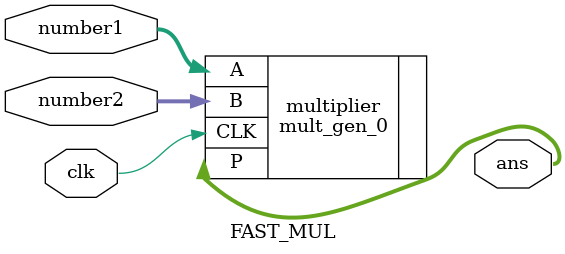
<source format=v>
`timescale 1ns / 1ps

/*
    ================================  FAST_MUL module   ================================
    Author:         Wintermelon
    Last Edit:      2022.4.27

    This is a simple but fast multiply calculate module

*/

module FAST_MUL(
    input [31:0] number1,
    input [31:0] number2,  
    input clk,
    output [63:0] ans
    );

mult_gen_0 multiplier (
  .CLK(clk),  // input wire CLK
  .A(number1),      // input wire [30 : 0] A
  .B(number2),      // input wire [30 : 0] B
  .P(ans)      // output wire [61 : 0] P
);

endmodule

</source>
